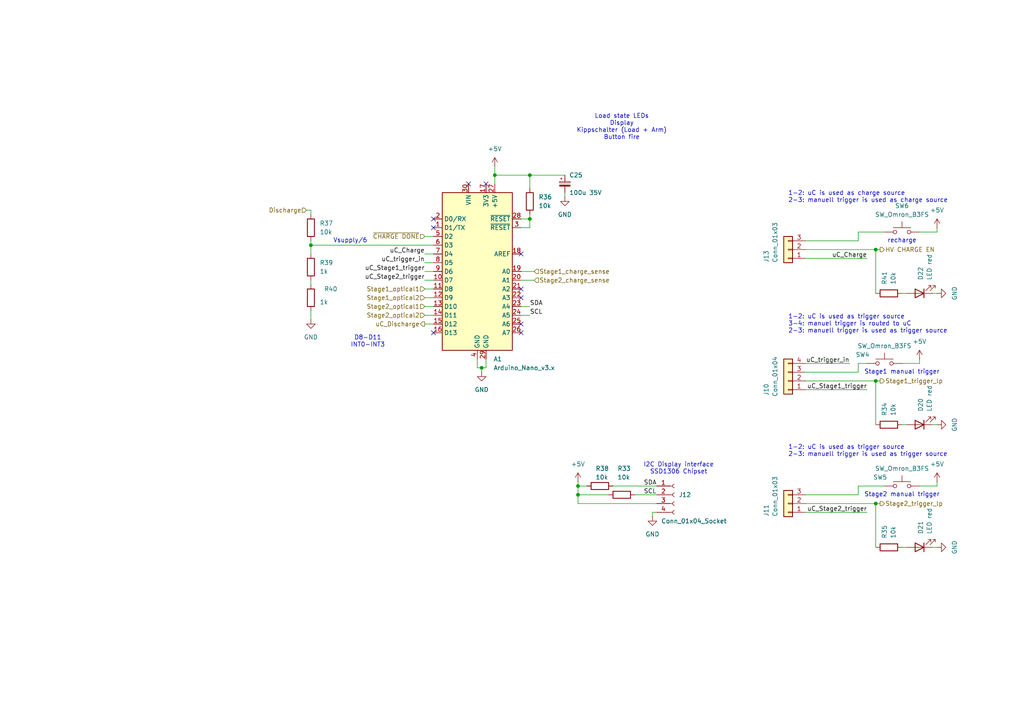
<source format=kicad_sch>
(kicad_sch (version 20250114) (generator "eeschema") (generator_version "9.0")
  (paper "A4")
  (lib_symbols
    (symbol "Connector:Conn_01x04_Socket" (pin_names (offset 1.016) (hide yes))
      (property "Reference" "J" (at 0 5.08 0))
      (property "Value" "Conn_01x04_Socket" (at 0 -7.62 0))
      (symbol "Conn_01x04_Socket_1_1"
        (polyline (pts (xy -1.27 2.54) (xy -0.508 2.54)) (stroke (width 0.1524)))
        (polyline (pts (xy -1.27 0) (xy -0.508 0)) (stroke (width 0.1524)))
        (polyline (pts (xy -1.27 -2.54) (xy -0.508 -2.54)) (stroke (width 0.1524)))
        (polyline (pts (xy -1.27 -5.08) (xy -0.508 -5.08)) (stroke (width 0.1524)))
        (arc (start 0 2.032) (mid -0.5058 2.54) (end 0 3.048) (stroke (width 0.1524)))
        (arc (start 0 -0.508) (mid -0.5058 0) (end 0 0.508) (stroke (width 0.1524)))
        (arc (start 0 -3.048) (mid -0.5058 -2.54) (end 0 -2.032) (stroke (width 0.1524)))
        (arc (start 0 -5.588) (mid -0.5058 -5.08) (end 0 -4.572) (stroke (width 0.1524)))
        (pin passive line (at -5.08 2.54 0) (length 3.81) (name "Pin_1") (number "1"))
        (pin passive line (at -5.08 0 0) (length 3.81) (name "Pin_2") (number "2"))
        (pin passive line (at -5.08 -2.54 0) (length 3.81) (name "Pin_3") (number "3"))
        (pin passive line (at -5.08 -5.08 0) (length 3.81) (name "Pin_4") (number "4"))
      )
    )
    (symbol "Connector_Generic:Conn_01x03" (pin_names (offset 1.016) (hide yes))
      (property "Reference" "J" (at 0 5.08 0))
      (property "Value" "Conn_01x03" (at 0 -5.08 0))
      (symbol "Conn_01x03_1_1"
        (rectangle (start -1.27 3.81) (end 1.27 -3.81) (stroke (width 0.254)) (fill (type background)))
        (rectangle (start -1.27 2.667) (end 0 2.413) (stroke (width 0.1524)))
        (rectangle (start -1.27 0.127) (end 0 -0.127) (stroke (width 0.1524)))
        (rectangle (start -1.27 -2.413) (end 0 -2.667) (stroke (width 0.1524)))
        (pin passive line (at -5.08 2.54 0) (length 3.81) (name "Pin_1") (number "1"))
        (pin passive line (at -5.08 0 0) (length 3.81) (name "Pin_2") (number "2"))
        (pin passive line (at -5.08 -2.54 0) (length 3.81) (name "Pin_3") (number "3"))
      )
    )
    (symbol "Connector_Generic:Conn_01x04" (pin_names (offset 1.016) (hide yes))
      (property "Reference" "J" (at 0 5.08 0))
      (property "Value" "Conn_01x04" (at 0 -7.62 0))
      (symbol "Conn_01x04_1_1"
        (rectangle (start -1.27 3.81) (end 1.27 -6.35) (stroke (width 0.254)) (fill (type background)))
        (rectangle (start -1.27 2.667) (end 0 2.413) (stroke (width 0.1524)))
        (rectangle (start -1.27 0.127) (end 0 -0.127) (stroke (width 0.1524)))
        (rectangle (start -1.27 -2.413) (end 0 -2.667) (stroke (width 0.1524)))
        (rectangle (start -1.27 -4.953) (end 0 -5.207) (stroke (width 0.1524)))
        (pin passive line (at -5.08 2.54 0) (length 3.81) (name "Pin_1") (number "1"))
        (pin passive line (at -5.08 0 0) (length 3.81) (name "Pin_2") (number "2"))
        (pin passive line (at -5.08 -2.54 0) (length 3.81) (name "Pin_3") (number "3"))
        (pin passive line (at -5.08 -5.08 0) (length 3.81) (name "Pin_4") (number "4"))
      )
    )
    (symbol "Device:C_Polarized_Small" (pin_numbers (hide yes)) (pin_names (offset 0.254) (hide yes))
      (property "Reference" "C" (at 0.254 1.778 0))
      (property "Value" "C_Polarized_Small" (at 0.254 -2.032 0))
      (symbol "C_Polarized_Small_0_1"
        (rectangle (start -1.524 0.6858) (end 1.524 0.3048))
        (rectangle (start -1.524 -0.3048) (end 1.524 -0.6858) (fill (type outline)))
        (polyline (pts (xy -1.27 1.524) (xy -0.762 1.524)))
        (polyline (pts (xy -1.016 1.27) (xy -1.016 1.778)))
      )
      (symbol "C_Polarized_Small_1_1"
        (pin passive line (at 0 2.54 270) (length 1.8542) (name "~") (number "1"))
        (pin passive line (at 0 -2.54 90) (length 1.8542) (name "~") (number "2"))
      )
    )
    (symbol "Device:LED" (pin_numbers (hide yes)) (pin_names (offset 1.016) (hide yes))
      (property "Reference" "D" (at 0 2.54 0))
      (property "Value" "LED" (at 0 -2.54 0))
      (symbol "LED_0_1"
        (polyline (pts (xy -3.048 -0.762) (xy -4.572 -2.286) (xy -3.81 -2.286) (xy -4.572 -2.286) (xy -4.572 -1.524)))
        (polyline (pts (xy -1.778 -0.762) (xy -3.302 -2.286) (xy -2.54 -2.286) (xy -3.302 -2.286) (xy -3.302 -1.524)))
        (polyline (pts (xy -1.27 0) (xy 1.27 0)))
        (polyline (pts (xy -1.27 -1.27) (xy -1.27 1.27)) (stroke (width 0.254)))
        (polyline (pts (xy 1.27 -1.27) (xy 1.27 1.27) (xy -1.27 0) (xy 1.27 -1.27)) (stroke (width 0.254)))
      )
      (symbol "LED_1_1"
        (pin passive line (at -3.81 0 0) (length 2.54) (name "K") (number "1"))
        (pin passive line (at 3.81 0 180) (length 2.54) (name "A") (number "2"))
      )
    )
    (symbol "Device:R" (pin_numbers (hide yes)) (pin_names (offset 0))
      (property "Reference" "R" (at 2.032 0 90))
      (property "Value" "R" (at 0 0 90))
      (symbol "R_0_1"
        (rectangle (start -1.016 -2.54) (end 1.016 2.54) (stroke (width 0.254)))
      )
      (symbol "R_1_1"
        (pin passive line (at 0 3.81 270) (length 1.27) (name "~") (number "1"))
        (pin passive line (at 0 -3.81 90) (length 1.27) (name "~") (number "2"))
      )
    )
    (symbol "MCU_Module:Arduino_Nano_v3.x"
      (property "Reference" "A" (at -10.16 23.495 0))
      (property "Value" "Arduino_Nano_v3.x" (at 5.08 -24.13 0))
      (symbol "Arduino_Nano_v3.x_0_1"
        (rectangle (start -10.16 22.86) (end 10.16 -22.86) (stroke (width 0.254)) (fill (type background)))
      )
      (symbol "Arduino_Nano_v3.x_1_1"
        (pin bidirectional line (at -12.7 15.24 0) (length 2.54) (name "D0/RX") (number "2"))
        (pin bidirectional line (at -12.7 12.7 0) (length 2.54) (name "D1/TX") (number "1"))
        (pin bidirectional line (at -12.7 10.16 0) (length 2.54) (name "D2") (number "5"))
        (pin bidirectional line (at -12.7 7.62 0) (length 2.54) (name "D3") (number "6"))
        (pin bidirectional line (at -12.7 5.08 0) (length 2.54) (name "D4") (number "7"))
        (pin bidirectional line (at -12.7 2.54 0) (length 2.54) (name "D5") (number "8"))
        (pin bidirectional line (at -12.7 0 0) (length 2.54) (name "D6") (number "9"))
        (pin bidirectional line (at -12.7 -2.54 0) (length 2.54) (name "D7") (number "10"))
        (pin bidirectional line (at -12.7 -5.08 0) (length 2.54) (name "D8") (number "11"))
        (pin bidirectional line (at -12.7 -7.62 0) (length 2.54) (name "D9") (number "12"))
        (pin bidirectional line (at -12.7 -10.16 0) (length 2.54) (name "D10") (number "13"))
        (pin bidirectional line (at -12.7 -12.7 0) (length 2.54) (name "D11") (number "14"))
        (pin bidirectional line (at -12.7 -15.24 0) (length 2.54) (name "D12") (number "15"))
        (pin bidirectional line (at -12.7 -17.78 0) (length 2.54) (name "D13") (number "16"))
        (pin power_in line (at -2.54 25.4 270) (length 2.54) (name "VIN") (number "30"))
        (pin power_in line (at 0 -25.4 90) (length 2.54) (name "GND") (number "4"))
        (pin power_out line (at 2.54 25.4 270) (length 2.54) (name "3V3") (number "17"))
        (pin power_in line (at 2.54 -25.4 90) (length 2.54) (name "GND") (number "29"))
        (pin power_out line (at 5.08 25.4 270) (length 2.54) (name "+5V") (number "27"))
        (pin input line (at 12.7 15.24 180) (length 2.54) (name "~{RESET}") (number "28"))
        (pin input line (at 12.7 12.7 180) (length 2.54) (name "~{RESET}") (number "3"))
        (pin input line (at 12.7 5.08 180) (length 2.54) (name "AREF") (number "18"))
        (pin bidirectional line (at 12.7 0 180) (length 2.54) (name "A0") (number "19"))
        (pin bidirectional line (at 12.7 -2.54 180) (length 2.54) (name "A1") (number "20"))
        (pin bidirectional line (at 12.7 -5.08 180) (length 2.54) (name "A2") (number "21"))
        (pin bidirectional line (at 12.7 -7.62 180) (length 2.54) (name "A3") (number "22"))
        (pin bidirectional line (at 12.7 -10.16 180) (length 2.54) (name "A4") (number "23"))
        (pin bidirectional line (at 12.7 -12.7 180) (length 2.54) (name "A5") (number "24"))
        (pin bidirectional line (at 12.7 -15.24 180) (length 2.54) (name "A6") (number "25"))
        (pin bidirectional line (at 12.7 -17.78 180) (length 2.54) (name "A7") (number "26"))
      )
    )
    (symbol "Switch:SW_Omron_B3FS" (pin_numbers (hide yes)) (pin_names (offset 1.016) (hide yes))
      (property "Reference" "SW" (at 1.27 2.54 0))
      (property "Value" "SW_Omron_B3FS" (at 0 -1.524 0))
      (symbol "SW_Omron_B3FS_0_1"
        (circle (center -2.032 0) (radius 0.508))
        (polyline (pts (xy 0 1.27) (xy 0 3.048)))
        (circle (center 2.032 0) (radius 0.508))
        (polyline (pts (xy 2.54 1.27) (xy -2.54 1.27)))
        (pin passive line (at -5.08 0 0) (length 2.54) (name "1") (number "1"))
        (pin passive line (at 5.08 0 180) (length 2.54) (name "2") (number "2"))
      )
    )
    (symbol "power:+5V" (power) (pin_numbers (hide yes)) (pin_names (offset 0) (hide yes))
      (property "Value" "+5V" (at 0 3.556 0))
      (symbol "+5V_0_1"
        (polyline (pts (xy -0.762 1.27) (xy 0 2.54)))
        (polyline (pts (xy 0 2.54) (xy 0.762 1.27)))
        (polyline (pts (xy 0 0) (xy 0 2.54)))
      )
      (symbol "+5V_1_1"
        (pin power_in line (at 0 0 90) (length 0) (name "~") (number "1"))
      )
    )
    (symbol "power:GND" (power) (pin_numbers (hide yes)) (pin_names (offset 0) (hide yes))
      (property "Value" "GND" (at 0 -3.81 0))
      (symbol "GND_0_1"
        (polyline (pts (xy 0 0) (xy 0 -1.27) (xy 1.27 -1.27) (xy 0 -2.54) (xy -1.27 -1.27) (xy 0 -1.27)))
      )
      (symbol "GND_1_1"
        (pin power_in line (at 0 0 270) (length 0) (name "~") (number "1"))
      )
    )
  )
  (text "Vsupply/6" (at 101.6 69.85 0) (effects (font (size 1.27 1.27))))
  (text "1-2: uC is used as charge source\n2-3: manuell trigger is used as charge source" (at 228.6 57.15 0) (effects (font (size 1.27 1.27)) (justify left)))
  (text "1-2: uC is used as trigger source\n2-3: manuell trigger is used as trigger source" (at 228.6 130.81 0) (effects (font (size 1.27 1.27)) (justify left)))
  (text "recharge" (at 261.62 69.85 0) (effects (font (size 1.27 1.27))))
  (text "D8-D11\nINT0-INT3" (at 106.68 99.06 0) (effects (font (size 1.27 1.27))))
  (text "1-2: uC is used as trigger source\n3-4: manuel trigger is routed to uC\n2-3: manuell trigger is used as trigger source" (at 228.6 93.98 0) (effects (font (size 1.27 1.27)) (justify left)))
  (text "Stage1 manual trigger" (at 261.62 107.95 0) (effects (font (size 1.27 1.27))))
  (text "Stage2 manual trigger" (at 261.62 143.51 0) (effects (font (size 1.27 1.27))))
  (text "I2C Display interface\nSSD1306 Chipset" (at 196.85 135.89 0) (effects (font (size 1.27 1.27))))
  (text "Load state LEDs\nDisplay\nKippschalter (Load + Arm)\nButton fire" (at 180.34 36.83 0) (effects (font (size 1.27 1.27))))
  (junction (at 254 72.39))
  (junction (at 139.7 106.68))
  (junction (at 167.64 143.51))
  (junction (at 254 110.49))
  (junction (at 143.51 50.8))
  (junction (at 254 146.05))
  (junction (at 167.64 140.97))
  (junction (at 90.17 71.12))
  (junction (at 153.67 63.5))
  (junction (at 153.67 50.8))
  (no_connect (at 135.89 53.34))
  (no_connect (at 151.13 96.52))
  (no_connect (at 151.13 83.82))
  (no_connect (at 151.13 86.36))
  (no_connect (at 151.13 93.98))
  (no_connect (at 140.97 53.34))
  (no_connect (at 125.73 66.04))
  (no_connect (at 125.73 63.5))
  (no_connect (at 125.73 96.52))
  (no_connect (at 151.13 73.66))
  (wire (pts (xy 151.13 78.74) (xy 154.94 78.74)))
  (wire (pts (xy 123.19 76.2) (xy 125.73 76.2)))
  (wire (pts (xy 248.92 69.85) (xy 233.68 69.85)))
  (wire (pts (xy 254 72.39) (xy 255.27 72.39)))
  (wire (pts (xy 266.7 105.41) (xy 266.7 104.14)))
  (wire (pts (xy 266.7 140.97) (xy 271.78 140.97)))
  (wire (pts (xy 233.68 113.03) (xy 251.46 113.03)))
  (wire (pts (xy 184.15 143.51) (xy 190.5 143.51)))
  (wire (pts (xy 90.17 81.28) (xy 90.17 82.55)))
  (wire (pts (xy 123.19 88.9) (xy 125.73 88.9)))
  (wire (pts (xy 266.7 67.31) (xy 271.78 67.31)))
  (wire (pts (xy 151.13 63.5) (xy 153.67 63.5)))
  (wire (pts (xy 151.13 88.9) (xy 153.67 88.9)))
  (wire (pts (xy 254 72.39) (xy 254 85.09)))
  (wire (pts (xy 123.19 93.98) (xy 125.73 93.98)))
  (wire (pts (xy 189.23 148.59) (xy 189.23 149.86)))
  (wire (pts (xy 138.43 104.14) (xy 138.43 106.68)))
  (wire (pts (xy 151.13 81.28) (xy 154.94 81.28)))
  (wire (pts (xy 271.78 140.97) (xy 271.78 139.7)))
  (wire (pts (xy 248.92 105.41) (xy 251.46 105.41)))
  (wire (pts (xy 163.83 50.8) (xy 153.67 50.8)))
  (wire (pts (xy 123.19 91.44) (xy 125.73 91.44)))
  (wire (pts (xy 270.51 158.75) (xy 271.78 158.75)))
  (wire (pts (xy 123.19 81.28) (xy 125.73 81.28)))
  (wire (pts (xy 90.17 60.96) (xy 88.9 60.96)))
  (wire (pts (xy 233.68 148.59) (xy 251.46 148.59)))
  (wire (pts (xy 151.13 66.04) (xy 153.67 66.04)))
  (wire (pts (xy 248.92 107.95) (xy 233.68 107.95)))
  (wire (pts (xy 140.97 106.68) (xy 139.7 106.68)))
  (wire (pts (xy 233.68 105.41) (xy 246.38 105.41)))
  (wire (pts (xy 167.64 146.05) (xy 190.5 146.05)))
  (wire (pts (xy 256.54 67.31) (xy 248.92 67.31)))
  (wire (pts (xy 261.62 105.41) (xy 266.7 105.41)))
  (wire (pts (xy 163.83 55.88) (xy 163.83 57.15)))
  (wire (pts (xy 123.19 68.58) (xy 125.73 68.58)))
  (wire (pts (xy 153.67 50.8) (xy 153.67 54.61)))
  (wire (pts (xy 190.5 148.59) (xy 189.23 148.59)))
  (wire (pts (xy 254 110.49) (xy 255.27 110.49)))
  (wire (pts (xy 233.68 146.05) (xy 254 146.05)))
  (wire (pts (xy 123.19 78.74) (xy 125.73 78.74)))
  (wire (pts (xy 270.51 123.19) (xy 271.78 123.19)))
  (wire (pts (xy 261.62 158.75) (xy 262.89 158.75)))
  (wire (pts (xy 153.67 63.5) (xy 153.67 66.04)))
  (wire (pts (xy 143.51 50.8) (xy 153.67 50.8)))
  (wire (pts (xy 123.19 73.66) (xy 125.73 73.66)))
  (wire (pts (xy 140.97 104.14) (xy 140.97 106.68)))
  (wire (pts (xy 261.62 85.09) (xy 262.89 85.09)))
  (wire (pts (xy 248.92 105.41) (xy 248.92 107.95)))
  (wire (pts (xy 254 146.05) (xy 255.27 146.05)))
  (wire (pts (xy 143.51 48.26) (xy 143.51 50.8)))
  (wire (pts (xy 177.8 140.97) (xy 190.5 140.97)))
  (wire (pts (xy 248.92 67.31) (xy 248.92 69.85)))
  (wire (pts (xy 90.17 90.17) (xy 90.17 92.71)))
  (wire (pts (xy 248.92 140.97) (xy 248.92 143.51)))
  (wire (pts (xy 254 110.49) (xy 254 123.19)))
  (wire (pts (xy 90.17 62.23) (xy 90.17 60.96)))
  (wire (pts (xy 90.17 71.12) (xy 90.17 73.66)))
  (wire (pts (xy 123.19 86.36) (xy 125.73 86.36)))
  (wire (pts (xy 233.68 74.93) (xy 251.46 74.93)))
  (wire (pts (xy 139.7 106.68) (xy 139.7 107.95)))
  (wire (pts (xy 123.19 83.82) (xy 125.73 83.82)))
  (wire (pts (xy 233.68 110.49) (xy 254 110.49)))
  (wire (pts (xy 254 146.05) (xy 254 158.75)))
  (wire (pts (xy 233.68 72.39) (xy 254 72.39)))
  (wire (pts (xy 153.67 63.5) (xy 153.67 62.23)))
  (wire (pts (xy 167.64 143.51) (xy 176.53 143.51)))
  (wire (pts (xy 167.64 143.51) (xy 167.64 140.97)))
  (wire (pts (xy 256.54 140.97) (xy 248.92 140.97)))
  (wire (pts (xy 90.17 71.12) (xy 125.73 71.12)))
  (wire (pts (xy 138.43 106.68) (xy 139.7 106.68)))
  (wire (pts (xy 167.64 146.05) (xy 167.64 143.51)))
  (wire (pts (xy 248.92 143.51) (xy 233.68 143.51)))
  (wire (pts (xy 270.51 85.09) (xy 271.78 85.09)))
  (wire (pts (xy 143.51 50.8) (xy 143.51 53.34)))
  (wire (pts (xy 167.64 140.97) (xy 170.18 140.97)))
  (wire (pts (xy 151.13 91.44) (xy 153.67 91.44)))
  (wire (pts (xy 90.17 69.85) (xy 90.17 71.12)))
  (wire (pts (xy 167.64 140.97) (xy 167.64 139.7)))
  (wire (pts (xy 261.62 123.19) (xy 262.89 123.19)))
  (wire (pts (xy 271.78 67.31) (xy 271.78 66.04)))
  (label "uC_Stage1_trigger" (at 123.19 78.74 180))
  (label "uC_Charge" (at 251.46 74.93 180))
  (label "SDA" (at 153.67 88.9 0))
  (label "uC_Stage1_trigger" (at 251.46 113.03 180))
  (label "uC_Stage2_trigger" (at 123.19 81.28 180))
  (label "SDA" (at 186.69 140.97 0))
  (label "SCL" (at 153.67 91.44 0))
  (label "uC_Charge" (at 123.19 73.66 180))
  (label "uC_trigger_in" (at 246.38 105.41 180))
  (label "uC_trigger_in" (at 123.19 76.2 180))
  (label "SCL" (at 186.69 143.51 0))
  (label "uC_Stage2_trigger" (at 251.46 148.59 180))
  (hierarchical_label "Stage1_optical2" (shape input) (at 123.19 86.36 180))
  (hierarchical_label "~{CHARGE DONE}" (shape input) (at 123.19 68.58 180))
  (hierarchical_label "uC_Discharge" (shape output) (at 123.19 93.98 180))
  (hierarchical_label "Stage2_optical2" (shape input) (at 123.19 91.44 180))
  (hierarchical_label "HV CHARGE EN" (shape output) (at 255.27 72.39 0))
  (hierarchical_label "Stage1_charge_sense" (shape input) (at 154.94 78.74 0))
  (hierarchical_label "Stage2_optical1" (shape input) (at 123.19 88.9 180))
  (hierarchical_label "Stage2_charge_sense" (shape input) (at 154.94 81.28 0))
  (hierarchical_label "Stage1_trigger_lp" (shape output) (at 255.27 110.49 0))
  (hierarchical_label "Stage1_optical1" (shape input) (at 123.19 83.82 180))
  (hierarchical_label "Discharge" (shape input) (at 88.9 60.96 180))
  (hierarchical_label "Stage2_trigger_lp" (shape output) (at 255.27 146.05 0))
  (symbol (lib_id "Device:R") (at 90.17 66.04 180) (unit 1)
    (property "Reference" "R37" (at 92.71 64.7699 0) (effects (justify right)))
    (property "Value" "10k" (at 92.71 67.3099 0) (effects (justify right)))
    (property "Footprint" "Resistor_SMD:R_0805_2012Metric_Pad1.20x1.40mm_HandSolder" (effects (hide yes)))
    (property "Description" "Resistor" (effects (hide yes)))
    (property "MPN" "RC0805FR-0710KL" (effects (hide yes)))
  )
  (symbol (lib_id "Switch:SW_Omron_B3FS") (at 261.62 67.31 0) (unit 1)
    (property "Reference" "SW6" (at 261.62 59.69 0))
    (property "Value" "SW_Omron_B3FS" (at 261.62 62.23 0))
    (property "Footprint" "Button_Switch_THT:SW_TH_Tactile_Omron_B3F-10xx" (effects (hide yes)))
    (property "Datasheet" "https://omronfs.omron.com/en_US/ecb/products/pdf/en-b3fs.pdf" (effects (hide yes)))
    (property "Description" "Omron B3FS 6x6mm single pole normally-open tactile switch" (effects (hide yes)))
    (property "MPN" "B3F-1000" (effects (hide yes)))
  )
  (symbol (lib_id "power:+5V") (at 167.64 139.7 0) (unit 1)
    (property "Reference" "#PWR061" (effects (hide yes)))
    (property "Value" "+5V" (at 167.64 134.62 0))
    (property "Description" "Power symbol creates a global label with name \"+5V\"" (effects (hide yes)))
  )
  (symbol (lib_id "Device:R") (at 257.81 158.75 90) (unit 1)
    (property "Reference" "R35" (at 256.5399 156.21 0) (effects (justify left)))
    (property "Value" "10k" (at 259.0799 156.21 0) (effects (justify left)))
    (property "Footprint" "Resistor_SMD:R_0805_2012Metric_Pad1.20x1.40mm_HandSolder" (effects (hide yes)))
    (property "Description" "Resistor" (effects (hide yes)))
    (property "MPN" "RC0805FR-0710KL" (effects (hide yes)))
  )
  (symbol (lib_id "Connector_Generic:Conn_01x04") (at 228.6 110.49 180) (unit 1)
    (property "Reference" "J10" (at 222.25 113.03 90))
    (property "Value" "Conn_01x04" (at 224.79 109.22 90))
    (property "Footprint" "Connector_PinHeader_2.54mm:PinHeader_1x04_P2.54mm_Vertical" (effects (hide yes)))
    (property "Description" "Generic connector, single row, 01x04, script generated (kicad-library-utils/schlib/autogen/connector/)" (effects (hide yes)))
  )
  (symbol (lib_id "MCU_Module:Arduino_Nano_v3.x") (at 138.43 78.74 0) (unit 1)
    (property "Reference" "A1" (at 143.1133 104.14 0) (effects (justify left)))
    (property "Value" "Arduino_Nano_v3.x" (at 143.1133 106.68 0) (effects (justify left)))
    (property "Footprint" "Module:Arduino_Nano" (effects (hide yes)))
    (property "Datasheet" "http://www.mouser.com/pdfdocs/Gravitech_Arduino_Nano3_0.pdf" (effects (hide yes)))
    (property "Description" "Arduino Nano v3.x" (effects (hide yes)))
  )
  (symbol (lib_id "power:GND") (at 189.23 149.86 0) (unit 1)
    (property "Reference" "#PWR060" (effects (hide yes)))
    (property "Value" "GND" (at 189.23 154.94 0))
    (property "Description" "Power symbol creates a global label with name \"GND\" , ground" (effects (hide yes)))
  )
  (symbol (lib_id "power:GND") (at 163.83 57.15 0) (unit 1)
    (property "Reference" "#PWR066" (effects (hide yes)))
    (property "Value" "GND" (at 163.83 62.23 0))
    (property "Description" "Power symbol creates a global label with name \"GND\" , ground" (effects (hide yes)))
  )
  (symbol (lib_id "power:+5V") (at 271.78 66.04 0) (unit 1)
    (property "Reference" "#PWR063" (effects (hide yes)))
    (property "Value" "+5V" (at 271.78 60.96 0))
    (property "Description" "Power symbol creates a global label with name \"+5V\"" (effects (hide yes)))
  )
  (symbol (lib_id "Device:R") (at 180.34 143.51 270) (unit 1)
    (property "Reference" "R33" (at 179.07 135.89 90) (effects (justify left)))
    (property "Value" "10k" (at 179.07 138.43 90) (effects (justify left)))
    (property "Footprint" "Resistor_SMD:R_0805_2012Metric_Pad1.20x1.40mm_HandSolder" (effects (hide yes)))
    (property "Description" "Resistor" (effects (hide yes)))
    (property "MPN" "RC0805FR-0710KL" (effects (hide yes)))
  )
  (symbol (lib_id "Device:LED") (at 266.7 123.19 180) (unit 1)
    (property "Reference" "D20" (at 267.0174 119.38 90) (effects (justify right)))
    (property "Value" "LED red" (at 269.5574 119.38 90) (effects (justify right)))
    (property "Footprint" "LED_THT:LED_D5.0mm" (effects (hide yes)))
    (property "Description" "Light emitting diode" (effects (hide yes)))
    (property "Sim.Pins" "1=K 2=A" (effects (hide yes)))
    (property "MPN" "151051RS11000" (effects (hide yes)))
  )
  (symbol (lib_id "Device:LED") (at 266.7 158.75 180) (unit 1)
    (property "Reference" "D21" (at 267.0174 154.94 90) (effects (justify right)))
    (property "Value" "LED red" (at 269.5574 154.94 90) (effects (justify right)))
    (property "Footprint" "LED_THT:LED_D5.0mm" (effects (hide yes)))
    (property "Description" "Light emitting diode" (effects (hide yes)))
    (property "Sim.Pins" "1=K 2=A" (effects (hide yes)))
    (property "MPN" "151051RS11000" (effects (hide yes)))
  )
  (symbol (lib_id "Device:R") (at 257.81 123.19 90) (unit 1)
    (property "Reference" "R34" (at 256.5399 120.65 0) (effects (justify left)))
    (property "Value" "10k" (at 259.0799 120.65 0) (effects (justify left)))
    (property "Footprint" "Resistor_SMD:R_0805_2012Metric_Pad1.20x1.40mm_HandSolder" (effects (hide yes)))
    (property "Description" "Resistor" (effects (hide yes)))
    (property "MPN" "RC0805FR-0710KL" (effects (hide yes)))
  )
  (symbol (lib_id "Device:R") (at 90.17 77.47 0) (unit 1)
    (property "Reference" "R39" (at 92.71 76.1999 0) (effects (justify left)))
    (property "Value" "1k" (at 92.71 78.7399 0) (effects (justify left)))
    (property "Footprint" "Resistor_SMD:R_0805_2012Metric_Pad1.20x1.40mm_HandSolder" (effects (hide yes)))
    (property "Description" "Resistor" (effects (hide yes)))
    (property "MPN" "RC0805FR-101KL" (effects (hide yes)))
  )
  (symbol (lib_id "Connector_Generic:Conn_01x03") (at 228.6 146.05 180) (unit 1)
    (property "Reference" "J11" (at 222.25 149.86 90) (effects (justify right)))
    (property "Value" "Conn_01x03" (at 224.79 149.86 90) (effects (justify right)))
    (property "Footprint" "Connector_PinHeader_2.54mm:PinHeader_1x03_P2.54mm_Vertical" (effects (hide yes)))
    (property "Description" "Generic connector, single row, 01x03, script generated (kicad-library-utils/schlib/autogen/connector/)" (effects (hide yes)))
  )
  (symbol (lib_id "Device:R") (at 257.81 85.09 90) (unit 1)
    (property "Reference" "R41" (at 256.5399 82.55 0) (effects (justify left)))
    (property "Value" "10k" (at 259.0799 82.55 0) (effects (justify left)))
    (property "Footprint" "Resistor_SMD:R_0805_2012Metric_Pad1.20x1.40mm_HandSolder" (effects (hide yes)))
    (property "Description" "Resistor" (effects (hide yes)))
    (property "MPN" "RC0805FR-0710KL" (effects (hide yes)))
  )
  (symbol (lib_id "Device:R") (at 173.99 140.97 270) (unit 1)
    (property "Reference" "R38" (at 172.72 135.89 90) (effects (justify left)))
    (property "Value" "10k" (at 172.72 138.43 90) (effects (justify left)))
    (property "Footprint" "Resistor_SMD:R_0805_2012Metric_Pad1.20x1.40mm_HandSolder" (effects (hide yes)))
    (property "Description" "Resistor" (effects (hide yes)))
    (property "MPN" "RC0805FR-0710KL" (effects (hide yes)))
  )
  (symbol (lib_id "power:GND") (at 90.17 92.71 0) (unit 1)
    (property "Reference" "#PWR062" (effects (hide yes)))
    (property "Value" "GND" (at 90.17 97.79 0))
    (property "Description" "Power symbol creates a global label with name \"GND\" , ground" (effects (hide yes)))
  )
  (symbol (lib_id "power:GND") (at 271.78 85.09 90) (unit 1)
    (property "Reference" "#PWR064" (effects (hide yes)))
    (property "Value" "GND" (at 276.86 85.09 0))
    (property "Description" "Power symbol creates a global label with name \"GND\" , ground" (effects (hide yes)))
  )
  (symbol (lib_id "Switch:SW_Omron_B3FS") (at 261.62 140.97 0) (unit 1)
    (property "Reference" "SW5" (at 255.27 138.43 0))
    (property "Value" "SW_Omron_B3FS" (at 261.62 135.89 0))
    (property "Footprint" "Button_Switch_THT:SW_TH_Tactile_Omron_B3F-10xx" (effects (hide yes)))
    (property "Datasheet" "https://omronfs.omron.com/en_US/ecb/products/pdf/en-b3fs.pdf" (effects (hide yes)))
    (property "Description" "Omron B3FS 6x6mm single pole normally-open tactile switch" (effects (hide yes)))
    (property "MPN" "B3F-1000" (effects (hide yes)))
  )
  (symbol (lib_id "power:+5V") (at 266.7 104.14 0) (unit 1)
    (property "Reference" "#PWR056" (effects (hide yes)))
    (property "Value" "+5V" (at 266.7 99.06 0))
    (property "Description" "Power symbol creates a global label with name \"+5V\"" (effects (hide yes)))
  )
  (symbol (lib_id "Device:R") (at 153.67 58.42 180) (unit 1)
    (property "Reference" "R36" (at 156.21 57.1499 0) (effects (justify right)))
    (property "Value" "10k" (at 156.21 59.6899 0) (effects (justify right)))
    (property "Footprint" "Resistor_SMD:R_0805_2012Metric_Pad1.20x1.40mm_HandSolder" (effects (hide yes)))
    (property "Description" "Resistor" (effects (hide yes)))
    (property "MPN" "RC0805FR-0710KL" (effects (hide yes)))
  )
  (symbol (lib_id "power:GND") (at 271.78 123.19 90) (unit 1)
    (property "Reference" "#PWR058" (effects (hide yes)))
    (property "Value" "GND" (at 276.86 123.19 0))
    (property "Description" "Power symbol creates a global label with name \"GND\" , ground" (effects (hide yes)))
  )
  (symbol (lib_id "power:+5V") (at 271.78 139.7 0) (unit 1)
    (property "Reference" "#PWR057" (effects (hide yes)))
    (property "Value" "+5V" (at 271.78 134.62 0))
    (property "Description" "Power symbol creates a global label with name \"+5V\"" (effects (hide yes)))
  )
  (symbol (lib_id "power:GND") (at 271.78 158.75 90) (unit 1)
    (property "Reference" "#PWR059" (effects (hide yes)))
    (property "Value" "GND" (at 276.86 158.75 0))
    (property "Description" "Power symbol creates a global label with name \"GND\" , ground" (effects (hide yes)))
  )
  (symbol (lib_id "power:+5V") (at 143.51 48.26 0) (unit 1)
    (property "Reference" "#PWR07" (effects (hide yes)))
    (property "Value" "+5V" (at 143.51 43.18 0))
    (property "Description" "Power symbol creates a global label with name \"+5V\"" (effects (hide yes)))
  )
  (symbol (lib_id "Device:LED") (at 266.7 85.09 180) (unit 1)
    (property "Reference" "D22" (at 267.0174 81.28 90) (effects (justify right)))
    (property "Value" "LED red" (at 269.5574 81.28 90) (effects (justify right)))
    (property "Footprint" "LED_THT:LED_D5.0mm" (effects (hide yes)))
    (property "Description" "Light emitting diode" (effects (hide yes)))
    (property "Sim.Pins" "1=K 2=A" (effects (hide yes)))
    (property "MPN" "151051RS11000" (effects (hide yes)))
  )
  (symbol (lib_id "power:GND") (at 139.7 107.95 0) (unit 1)
    (property "Reference" "#PWR08" (effects (hide yes)))
    (property "Value" "GND" (at 139.7 113.03 0))
    (property "Description" "Power symbol creates a global label with name \"GND\" , ground" (effects (hide yes)))
  )
  (symbol (lib_id "Switch:SW_Omron_B3FS") (at 256.54 105.41 0) (unit 1)
    (property "Reference" "SW4" (at 250.19 102.87 0))
    (property "Value" "SW_Omron_B3FS" (at 256.54 100.33 0))
    (property "Footprint" "Button_Switch_THT:SW_TH_Tactile_Omron_B3F-10xx" (effects (hide yes)))
    (property "Datasheet" "https://omronfs.omron.com/en_US/ecb/products/pdf/en-b3fs.pdf" (effects (hide yes)))
    (property "Description" "Omron B3FS 6x6mm single pole normally-open tactile switch" (effects (hide yes)))
    (property "MPN" "B3F-1000" (effects (hide yes)))
  )
  (symbol (lib_id "Connector_Generic:Conn_01x03") (at 228.6 72.39 180) (unit 1)
    (property "Reference" "J13" (at 222.25 76.2 90) (effects (justify right)))
    (property "Value" "Conn_01x03" (at 224.79 76.2 90) (effects (justify right)))
    (property "Footprint" "Connector_PinHeader_2.54mm:PinHeader_1x03_P2.54mm_Vertical" (effects (hide yes)))
    (property "Description" "Generic connector, single row, 01x03, script generated (kicad-library-utils/schlib/autogen/connector/)" (effects (hide yes)))
  )
  (symbol (lib_id "Connector:Conn_01x04_Socket") (at 195.58 143.51 0) (unit 1)
    (property "Reference" "J12" (at 196.85 143.5099 0) (effects (justify left)))
    (property "Value" "Conn_01x04_Socket" (at 191.77 151.13 0) (effects (justify left)))
    (property "Footprint" "Connector_PinSocket_2.54mm:PinSocket_1x04_P2.54mm_Vertical" (effects (hide yes)))
    (property "Description" "Generic connector, single row, 01x04, script generated" (effects (hide yes)))
  )
  (symbol (lib_id "Device:R") (at 90.17 86.36 0) (unit 1)
    (property "Reference" "R40" (at 93.98 83.8199 0) (effects (justify left)))
    (property "Value" "1k" (at 92.71 87.6299 0) (effects (justify left)))
    (property "Footprint" "Resistor_SMD:R_0805_2012Metric_Pad1.20x1.40mm_HandSolder" (effects (hide yes)))
    (property "Description" "Resistor" (effects (hide yes)))
    (property "MPN" "RC0805FR-101KL" (effects (hide yes)))
  )
  (symbol (lib_id "Device:C_Polarized_Small") (at 163.83 53.34 0) (unit 1)
    (property "Reference" "C25" (at 165.1 50.8 0) (effects (justify left)))
    (property "Value" "100u 35V" (at 165.1 55.88 0) (effects (justify left)))
    (property "Footprint" "Capacitor_THT:CP_Radial_D6.3mm_P2.50mm" (effects (hide yes)))
    (property "Description" "Polarized capacitor, small symbol" (effects (hide yes)))
    (property "MPN" "35ZLH100MEFC6.3X11" (effects (hide yes)))
  )
)
</source>
